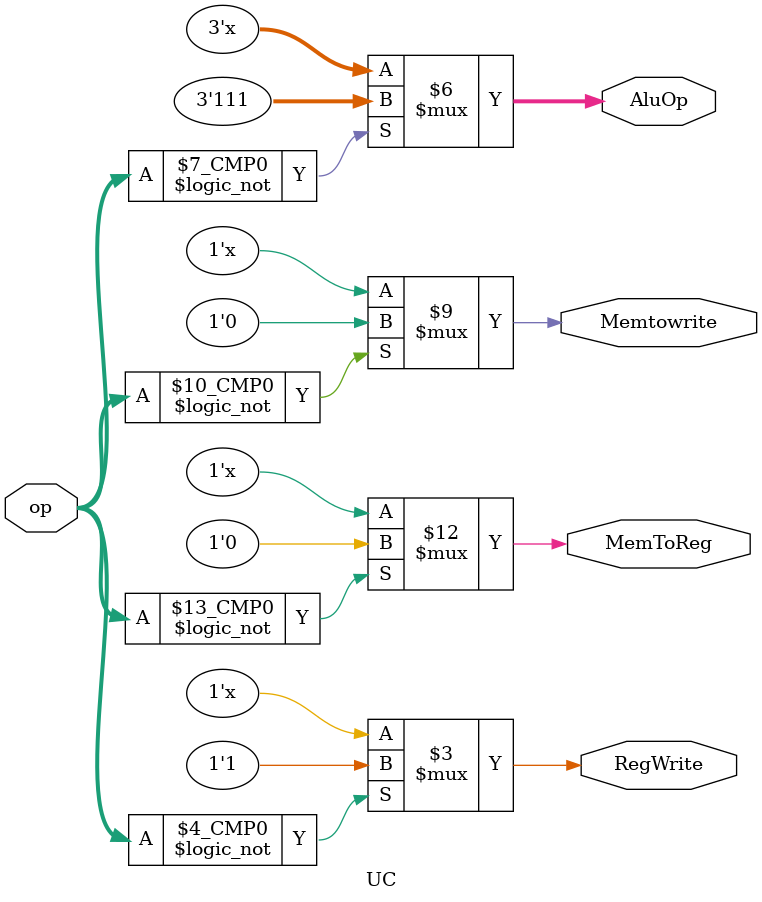
<source format=v>
`timescale 1ns/1ns

module UC(
    input [5:0]op,
    output reg MemToReg,//C
    output reg Memtowrite,//C
    output reg [2:0]AluOp,//C
    output reg RegWrite//C
);

always @* 
begin
    case(op)
    6'b000000:
    begin
        MemToReg=0;
        Memtowrite=0;
        AluOp=3'b111;
        RegWrite=1;
    end
    endcase

end

endmodule
</source>
